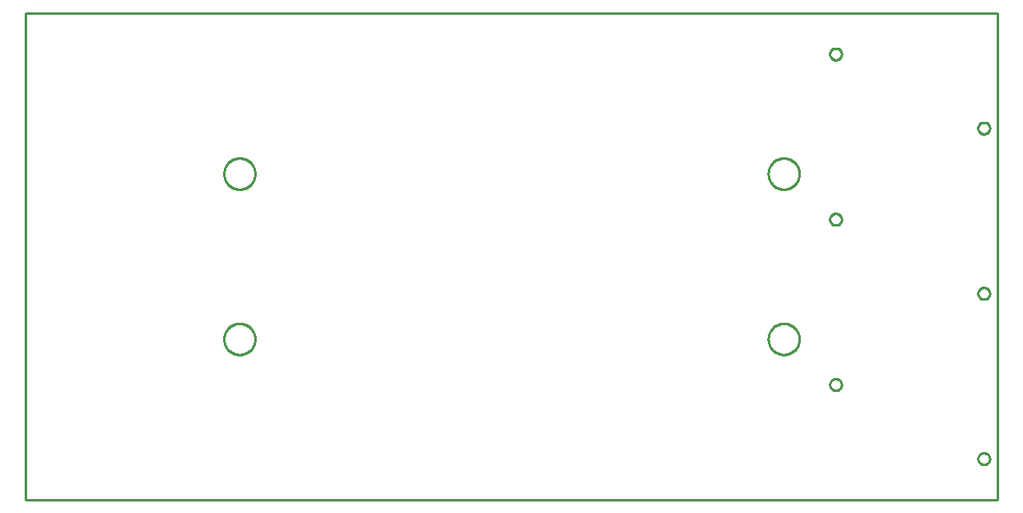
<source format=gbr>
G04 EAGLE Gerber RS-274X export*
G75*
%MOMM*%
%FSLAX34Y34*%
%LPD*%
%IN*%
%IPPOS*%
%AMOC8*
5,1,8,0,0,1.08239X$1,22.5*%
G01*
%ADD10C,0.254000*%


D10*
X0Y0D02*
X1000000Y0D01*
X1000000Y500000D01*
X0Y500000D01*
X0Y0D01*
X0Y0D02*
X1000000Y0D01*
X1000000Y500000D01*
X0Y500000D01*
X0Y0D01*
X796000Y164476D02*
X795932Y163431D01*
X795795Y162392D01*
X795590Y161365D01*
X795319Y160353D01*
X794983Y159361D01*
X794582Y158393D01*
X794118Y157454D01*
X793595Y156546D01*
X793013Y155675D01*
X792375Y154844D01*
X791684Y154057D01*
X790943Y153316D01*
X790156Y152625D01*
X789325Y151988D01*
X788454Y151406D01*
X787546Y150882D01*
X786607Y150418D01*
X785639Y150017D01*
X784647Y149681D01*
X783635Y149410D01*
X782608Y149205D01*
X781569Y149069D01*
X780524Y149000D01*
X779476Y149000D01*
X778431Y149069D01*
X777392Y149205D01*
X776365Y149410D01*
X775353Y149681D01*
X774361Y150017D01*
X773393Y150418D01*
X772454Y150882D01*
X771546Y151406D01*
X770675Y151988D01*
X769844Y152625D01*
X769057Y153316D01*
X768316Y154057D01*
X767625Y154844D01*
X766988Y155675D01*
X766406Y156546D01*
X765882Y157454D01*
X765418Y158393D01*
X765017Y159361D01*
X764681Y160353D01*
X764410Y161365D01*
X764205Y162392D01*
X764069Y163431D01*
X764000Y164476D01*
X764000Y165524D01*
X764069Y166569D01*
X764205Y167608D01*
X764410Y168635D01*
X764681Y169647D01*
X765017Y170639D01*
X765418Y171607D01*
X765882Y172546D01*
X766406Y173454D01*
X766988Y174325D01*
X767625Y175156D01*
X768316Y175943D01*
X769057Y176684D01*
X769844Y177375D01*
X770675Y178013D01*
X771546Y178595D01*
X772454Y179118D01*
X773393Y179582D01*
X774361Y179983D01*
X775353Y180319D01*
X776365Y180590D01*
X777392Y180795D01*
X778431Y180932D01*
X779476Y181000D01*
X780524Y181000D01*
X781569Y180932D01*
X782608Y180795D01*
X783635Y180590D01*
X784647Y180319D01*
X785639Y179983D01*
X786607Y179582D01*
X787546Y179118D01*
X788454Y178595D01*
X789325Y178013D01*
X790156Y177375D01*
X790943Y176684D01*
X791684Y175943D01*
X792375Y175156D01*
X793013Y174325D01*
X793595Y173454D01*
X794118Y172546D01*
X794582Y171607D01*
X794983Y170639D01*
X795319Y169647D01*
X795590Y168635D01*
X795795Y167608D01*
X795932Y166569D01*
X796000Y165524D01*
X796000Y164476D01*
X796000Y334476D02*
X795932Y333431D01*
X795795Y332392D01*
X795590Y331365D01*
X795319Y330353D01*
X794983Y329361D01*
X794582Y328393D01*
X794118Y327454D01*
X793595Y326546D01*
X793013Y325675D01*
X792375Y324844D01*
X791684Y324057D01*
X790943Y323316D01*
X790156Y322625D01*
X789325Y321988D01*
X788454Y321406D01*
X787546Y320882D01*
X786607Y320418D01*
X785639Y320017D01*
X784647Y319681D01*
X783635Y319410D01*
X782608Y319205D01*
X781569Y319069D01*
X780524Y319000D01*
X779476Y319000D01*
X778431Y319069D01*
X777392Y319205D01*
X776365Y319410D01*
X775353Y319681D01*
X774361Y320017D01*
X773393Y320418D01*
X772454Y320882D01*
X771546Y321406D01*
X770675Y321988D01*
X769844Y322625D01*
X769057Y323316D01*
X768316Y324057D01*
X767625Y324844D01*
X766988Y325675D01*
X766406Y326546D01*
X765882Y327454D01*
X765418Y328393D01*
X765017Y329361D01*
X764681Y330353D01*
X764410Y331365D01*
X764205Y332392D01*
X764069Y333431D01*
X764000Y334476D01*
X764000Y335524D01*
X764069Y336569D01*
X764205Y337608D01*
X764410Y338635D01*
X764681Y339647D01*
X765017Y340639D01*
X765418Y341607D01*
X765882Y342546D01*
X766406Y343454D01*
X766988Y344325D01*
X767625Y345156D01*
X768316Y345943D01*
X769057Y346684D01*
X769844Y347375D01*
X770675Y348013D01*
X771546Y348595D01*
X772454Y349118D01*
X773393Y349582D01*
X774361Y349983D01*
X775353Y350319D01*
X776365Y350590D01*
X777392Y350795D01*
X778431Y350932D01*
X779476Y351000D01*
X780524Y351000D01*
X781569Y350932D01*
X782608Y350795D01*
X783635Y350590D01*
X784647Y350319D01*
X785639Y349983D01*
X786607Y349582D01*
X787546Y349118D01*
X788454Y348595D01*
X789325Y348013D01*
X790156Y347375D01*
X790943Y346684D01*
X791684Y345943D01*
X792375Y345156D01*
X793013Y344325D01*
X793595Y343454D01*
X794118Y342546D01*
X794582Y341607D01*
X794983Y340639D01*
X795319Y339647D01*
X795590Y338635D01*
X795795Y337608D01*
X795932Y336569D01*
X796000Y335524D01*
X796000Y334476D01*
X236000Y164476D02*
X235932Y163431D01*
X235795Y162392D01*
X235590Y161365D01*
X235319Y160353D01*
X234983Y159361D01*
X234582Y158393D01*
X234118Y157454D01*
X233595Y156546D01*
X233013Y155675D01*
X232375Y154844D01*
X231684Y154057D01*
X230943Y153316D01*
X230156Y152625D01*
X229325Y151988D01*
X228454Y151406D01*
X227546Y150882D01*
X226607Y150418D01*
X225639Y150017D01*
X224647Y149681D01*
X223635Y149410D01*
X222608Y149205D01*
X221569Y149069D01*
X220524Y149000D01*
X219476Y149000D01*
X218431Y149069D01*
X217392Y149205D01*
X216365Y149410D01*
X215353Y149681D01*
X214361Y150017D01*
X213393Y150418D01*
X212454Y150882D01*
X211546Y151406D01*
X210675Y151988D01*
X209844Y152625D01*
X209057Y153316D01*
X208316Y154057D01*
X207625Y154844D01*
X206988Y155675D01*
X206406Y156546D01*
X205882Y157454D01*
X205418Y158393D01*
X205017Y159361D01*
X204681Y160353D01*
X204410Y161365D01*
X204205Y162392D01*
X204069Y163431D01*
X204000Y164476D01*
X204000Y165524D01*
X204069Y166569D01*
X204205Y167608D01*
X204410Y168635D01*
X204681Y169647D01*
X205017Y170639D01*
X205418Y171607D01*
X205882Y172546D01*
X206406Y173454D01*
X206988Y174325D01*
X207625Y175156D01*
X208316Y175943D01*
X209057Y176684D01*
X209844Y177375D01*
X210675Y178013D01*
X211546Y178595D01*
X212454Y179118D01*
X213393Y179582D01*
X214361Y179983D01*
X215353Y180319D01*
X216365Y180590D01*
X217392Y180795D01*
X218431Y180932D01*
X219476Y181000D01*
X220524Y181000D01*
X221569Y180932D01*
X222608Y180795D01*
X223635Y180590D01*
X224647Y180319D01*
X225639Y179983D01*
X226607Y179582D01*
X227546Y179118D01*
X228454Y178595D01*
X229325Y178013D01*
X230156Y177375D01*
X230943Y176684D01*
X231684Y175943D01*
X232375Y175156D01*
X233013Y174325D01*
X233595Y173454D01*
X234118Y172546D01*
X234582Y171607D01*
X234983Y170639D01*
X235319Y169647D01*
X235590Y168635D01*
X235795Y167608D01*
X235932Y166569D01*
X236000Y165524D01*
X236000Y164476D01*
X236000Y334476D02*
X235932Y333431D01*
X235795Y332392D01*
X235590Y331365D01*
X235319Y330353D01*
X234983Y329361D01*
X234582Y328393D01*
X234118Y327454D01*
X233595Y326546D01*
X233013Y325675D01*
X232375Y324844D01*
X231684Y324057D01*
X230943Y323316D01*
X230156Y322625D01*
X229325Y321988D01*
X228454Y321406D01*
X227546Y320882D01*
X226607Y320418D01*
X225639Y320017D01*
X224647Y319681D01*
X223635Y319410D01*
X222608Y319205D01*
X221569Y319069D01*
X220524Y319000D01*
X219476Y319000D01*
X218431Y319069D01*
X217392Y319205D01*
X216365Y319410D01*
X215353Y319681D01*
X214361Y320017D01*
X213393Y320418D01*
X212454Y320882D01*
X211546Y321406D01*
X210675Y321988D01*
X209844Y322625D01*
X209057Y323316D01*
X208316Y324057D01*
X207625Y324844D01*
X206988Y325675D01*
X206406Y326546D01*
X205882Y327454D01*
X205418Y328393D01*
X205017Y329361D01*
X204681Y330353D01*
X204410Y331365D01*
X204205Y332392D01*
X204069Y333431D01*
X204000Y334476D01*
X204000Y335524D01*
X204069Y336569D01*
X204205Y337608D01*
X204410Y338635D01*
X204681Y339647D01*
X205017Y340639D01*
X205418Y341607D01*
X205882Y342546D01*
X206406Y343454D01*
X206988Y344325D01*
X207625Y345156D01*
X208316Y345943D01*
X209057Y346684D01*
X209844Y347375D01*
X210675Y348013D01*
X211546Y348595D01*
X212454Y349118D01*
X213393Y349582D01*
X214361Y349983D01*
X215353Y350319D01*
X216365Y350590D01*
X217392Y350795D01*
X218431Y350932D01*
X219476Y351000D01*
X220524Y351000D01*
X221569Y350932D01*
X222608Y350795D01*
X223635Y350590D01*
X224647Y350319D01*
X225639Y349983D01*
X226607Y349582D01*
X227546Y349118D01*
X228454Y348595D01*
X229325Y348013D01*
X230156Y347375D01*
X230943Y346684D01*
X231684Y345943D01*
X232375Y345156D01*
X233013Y344325D01*
X233595Y343454D01*
X234118Y342546D01*
X234582Y341607D01*
X234983Y340639D01*
X235319Y339647D01*
X235590Y338635D01*
X235795Y337608D01*
X235932Y336569D01*
X236000Y335524D01*
X236000Y334476D01*
X833737Y464100D02*
X834407Y464025D01*
X835064Y463875D01*
X835700Y463652D01*
X836307Y463360D01*
X836878Y463001D01*
X837404Y462581D01*
X837881Y462104D01*
X838301Y461578D01*
X838660Y461007D01*
X838952Y460400D01*
X839175Y459764D01*
X839325Y459107D01*
X839400Y458437D01*
X839400Y457763D01*
X839325Y457093D01*
X839175Y456436D01*
X838952Y455800D01*
X838660Y455193D01*
X838301Y454623D01*
X837881Y454096D01*
X837404Y453619D01*
X836878Y453199D01*
X836307Y452840D01*
X835700Y452548D01*
X835064Y452325D01*
X834407Y452175D01*
X833737Y452100D01*
X833063Y452100D01*
X832393Y452175D01*
X831736Y452325D01*
X831100Y452548D01*
X830493Y452840D01*
X829923Y453199D01*
X829396Y453619D01*
X828919Y454096D01*
X828499Y454623D01*
X828140Y455193D01*
X827848Y455800D01*
X827625Y456436D01*
X827475Y457093D01*
X827400Y457763D01*
X827400Y458437D01*
X827475Y459107D01*
X827625Y459764D01*
X827848Y460400D01*
X828140Y461007D01*
X828499Y461578D01*
X828919Y462104D01*
X829396Y462581D01*
X829923Y463001D01*
X830493Y463360D01*
X831100Y463652D01*
X831736Y463875D01*
X832393Y464025D01*
X833063Y464100D01*
X833737Y464100D01*
X986137Y387900D02*
X986807Y387825D01*
X987464Y387675D01*
X988100Y387452D01*
X988707Y387160D01*
X989278Y386801D01*
X989804Y386381D01*
X990281Y385904D01*
X990701Y385378D01*
X991060Y384807D01*
X991352Y384200D01*
X991575Y383564D01*
X991725Y382907D01*
X991800Y382237D01*
X991800Y381563D01*
X991725Y380893D01*
X991575Y380236D01*
X991352Y379600D01*
X991060Y378993D01*
X990701Y378423D01*
X990281Y377896D01*
X989804Y377419D01*
X989278Y376999D01*
X988707Y376640D01*
X988100Y376348D01*
X987464Y376125D01*
X986807Y375975D01*
X986137Y375900D01*
X985463Y375900D01*
X984793Y375975D01*
X984136Y376125D01*
X983500Y376348D01*
X982893Y376640D01*
X982323Y376999D01*
X981796Y377419D01*
X981319Y377896D01*
X980899Y378423D01*
X980540Y378993D01*
X980248Y379600D01*
X980025Y380236D01*
X979875Y380893D01*
X979800Y381563D01*
X979800Y382237D01*
X979875Y382907D01*
X980025Y383564D01*
X980248Y384200D01*
X980540Y384807D01*
X980899Y385378D01*
X981319Y385904D01*
X981796Y386381D01*
X982323Y386801D01*
X982893Y387160D01*
X983500Y387452D01*
X984136Y387675D01*
X984793Y387825D01*
X985463Y387900D01*
X986137Y387900D01*
X833737Y294100D02*
X834407Y294025D01*
X835064Y293875D01*
X835700Y293652D01*
X836307Y293360D01*
X836878Y293001D01*
X837404Y292581D01*
X837881Y292104D01*
X838301Y291578D01*
X838660Y291007D01*
X838952Y290400D01*
X839175Y289764D01*
X839325Y289107D01*
X839400Y288437D01*
X839400Y287763D01*
X839325Y287093D01*
X839175Y286436D01*
X838952Y285800D01*
X838660Y285193D01*
X838301Y284623D01*
X837881Y284096D01*
X837404Y283619D01*
X836878Y283199D01*
X836307Y282840D01*
X835700Y282548D01*
X835064Y282325D01*
X834407Y282175D01*
X833737Y282100D01*
X833063Y282100D01*
X832393Y282175D01*
X831736Y282325D01*
X831100Y282548D01*
X830493Y282840D01*
X829923Y283199D01*
X829396Y283619D01*
X828919Y284096D01*
X828499Y284623D01*
X828140Y285193D01*
X827848Y285800D01*
X827625Y286436D01*
X827475Y287093D01*
X827400Y287763D01*
X827400Y288437D01*
X827475Y289107D01*
X827625Y289764D01*
X827848Y290400D01*
X828140Y291007D01*
X828499Y291578D01*
X828919Y292104D01*
X829396Y292581D01*
X829923Y293001D01*
X830493Y293360D01*
X831100Y293652D01*
X831736Y293875D01*
X832393Y294025D01*
X833063Y294100D01*
X833737Y294100D01*
X986137Y217900D02*
X986807Y217825D01*
X987464Y217675D01*
X988100Y217452D01*
X988707Y217160D01*
X989278Y216801D01*
X989804Y216381D01*
X990281Y215904D01*
X990701Y215378D01*
X991060Y214807D01*
X991352Y214200D01*
X991575Y213564D01*
X991725Y212907D01*
X991800Y212237D01*
X991800Y211563D01*
X991725Y210893D01*
X991575Y210236D01*
X991352Y209600D01*
X991060Y208993D01*
X990701Y208423D01*
X990281Y207896D01*
X989804Y207419D01*
X989278Y206999D01*
X988707Y206640D01*
X988100Y206348D01*
X987464Y206125D01*
X986807Y205975D01*
X986137Y205900D01*
X985463Y205900D01*
X984793Y205975D01*
X984136Y206125D01*
X983500Y206348D01*
X982893Y206640D01*
X982323Y206999D01*
X981796Y207419D01*
X981319Y207896D01*
X980899Y208423D01*
X980540Y208993D01*
X980248Y209600D01*
X980025Y210236D01*
X979875Y210893D01*
X979800Y211563D01*
X979800Y212237D01*
X979875Y212907D01*
X980025Y213564D01*
X980248Y214200D01*
X980540Y214807D01*
X980899Y215378D01*
X981319Y215904D01*
X981796Y216381D01*
X982323Y216801D01*
X982893Y217160D01*
X983500Y217452D01*
X984136Y217675D01*
X984793Y217825D01*
X985463Y217900D01*
X986137Y217900D01*
X833737Y124100D02*
X834407Y124025D01*
X835064Y123875D01*
X835700Y123652D01*
X836307Y123360D01*
X836878Y123001D01*
X837404Y122581D01*
X837881Y122104D01*
X838301Y121578D01*
X838660Y121007D01*
X838952Y120400D01*
X839175Y119764D01*
X839325Y119107D01*
X839400Y118437D01*
X839400Y117763D01*
X839325Y117093D01*
X839175Y116436D01*
X838952Y115800D01*
X838660Y115193D01*
X838301Y114623D01*
X837881Y114096D01*
X837404Y113619D01*
X836878Y113199D01*
X836307Y112840D01*
X835700Y112548D01*
X835064Y112325D01*
X834407Y112175D01*
X833737Y112100D01*
X833063Y112100D01*
X832393Y112175D01*
X831736Y112325D01*
X831100Y112548D01*
X830493Y112840D01*
X829923Y113199D01*
X829396Y113619D01*
X828919Y114096D01*
X828499Y114623D01*
X828140Y115193D01*
X827848Y115800D01*
X827625Y116436D01*
X827475Y117093D01*
X827400Y117763D01*
X827400Y118437D01*
X827475Y119107D01*
X827625Y119764D01*
X827848Y120400D01*
X828140Y121007D01*
X828499Y121578D01*
X828919Y122104D01*
X829396Y122581D01*
X829923Y123001D01*
X830493Y123360D01*
X831100Y123652D01*
X831736Y123875D01*
X832393Y124025D01*
X833063Y124100D01*
X833737Y124100D01*
X986137Y47900D02*
X986807Y47825D01*
X987464Y47675D01*
X988100Y47452D01*
X988707Y47160D01*
X989278Y46801D01*
X989804Y46381D01*
X990281Y45904D01*
X990701Y45378D01*
X991060Y44807D01*
X991352Y44200D01*
X991575Y43564D01*
X991725Y42907D01*
X991800Y42237D01*
X991800Y41563D01*
X991725Y40893D01*
X991575Y40236D01*
X991352Y39600D01*
X991060Y38993D01*
X990701Y38423D01*
X990281Y37896D01*
X989804Y37419D01*
X989278Y36999D01*
X988707Y36640D01*
X988100Y36348D01*
X987464Y36125D01*
X986807Y35975D01*
X986137Y35900D01*
X985463Y35900D01*
X984793Y35975D01*
X984136Y36125D01*
X983500Y36348D01*
X982893Y36640D01*
X982323Y36999D01*
X981796Y37419D01*
X981319Y37896D01*
X980899Y38423D01*
X980540Y38993D01*
X980248Y39600D01*
X980025Y40236D01*
X979875Y40893D01*
X979800Y41563D01*
X979800Y42237D01*
X979875Y42907D01*
X980025Y43564D01*
X980248Y44200D01*
X980540Y44807D01*
X980899Y45378D01*
X981319Y45904D01*
X981796Y46381D01*
X982323Y46801D01*
X982893Y47160D01*
X983500Y47452D01*
X984136Y47675D01*
X984793Y47825D01*
X985463Y47900D01*
X986137Y47900D01*
M02*

</source>
